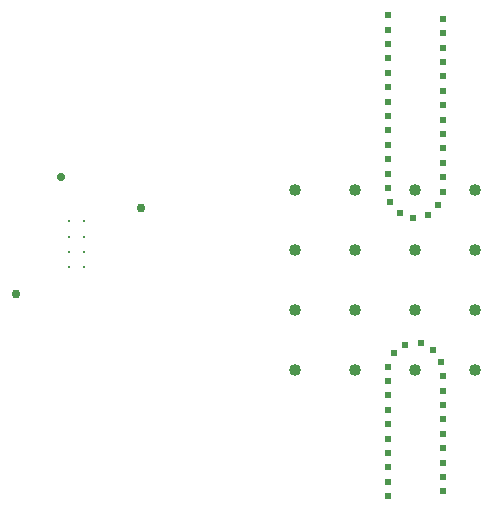
<source format=gbr>
%TF.GenerationSoftware,Altium Limited,Altium Designer,25.0.2 (28)*%
G04 Layer_Color=0*
%FSLAX45Y45*%
%MOMM*%
%TF.SameCoordinates,851EA07A-CAD4-451F-9E8F-DAFD993EE7E7*%
%TF.FilePolarity,Positive*%
%TF.FileFunction,Plated,1,2,PTH,Drill*%
%TF.Part,Single*%
G01*
G75*
%TA.AperFunction,OtherDrill,Pad Free-2 (50.063mm,51.308mm)*%
%ADD59C,0.76200*%
%TA.AperFunction,OtherDrill,Pad Free-1 (39.497mm,44.069mm)*%
%ADD60C,0.76200*%
%TA.AperFunction,ComponentDrill*%
%ADD61C,1.01600*%
%TA.AperFunction,OtherDrill,Pad Free-3 (43.307mm,53.975mm)*%
%ADD62C,0.71120*%
%TA.AperFunction,ViaDrill,NotFilled*%
%ADD63C,0.60960*%
%ADD64C,0.20000*%
D59*
X5006340Y5130800D02*
D03*
D60*
X3949700Y4406900D02*
D03*
D61*
X7835900Y5283200D02*
D03*
Y4775200D02*
D03*
Y4267200D02*
D03*
Y3759200D02*
D03*
X7327900Y5283200D02*
D03*
Y4775200D02*
D03*
Y4267200D02*
D03*
Y3759200D02*
D03*
X6819900Y5283200D02*
D03*
Y4775200D02*
D03*
Y4267200D02*
D03*
Y3759200D02*
D03*
X6311900Y5283200D02*
D03*
Y4775200D02*
D03*
Y4267200D02*
D03*
Y3759200D02*
D03*
D62*
X4330700Y5397500D02*
D03*
D63*
X7243638Y3975573D02*
D03*
X7145648Y3903030D02*
D03*
X7097914Y3790843D02*
D03*
X7094766Y3668964D02*
D03*
Y3547044D02*
D03*
Y3425124D02*
D03*
Y3303204D02*
D03*
Y3181284D02*
D03*
Y3059364D02*
D03*
Y2937444D02*
D03*
X7095752Y2815528D02*
D03*
Y2693608D02*
D03*
X7560048Y2734353D02*
D03*
X7561034Y2856269D02*
D03*
Y2978189D02*
D03*
Y3100109D02*
D03*
Y3222029D02*
D03*
Y3343949D02*
D03*
Y3465869D02*
D03*
Y3587789D02*
D03*
Y3709709D02*
D03*
X7548968Y3831031D02*
D03*
X7482280Y3933096D02*
D03*
X7373121Y3987398D02*
D03*
X7095752Y6765739D02*
D03*
Y6643819D02*
D03*
X7094766Y6521903D02*
D03*
Y6399983D02*
D03*
Y6278063D02*
D03*
Y6156143D02*
D03*
Y6034223D02*
D03*
Y5912303D02*
D03*
Y5790383D02*
D03*
Y5668463D02*
D03*
Y5546543D02*
D03*
Y5424623D02*
D03*
Y5302703D02*
D03*
X7118112Y5183039D02*
D03*
X7197583Y5090579D02*
D03*
X7312925Y5051074D02*
D03*
X7432377Y5075483D02*
D03*
X7523060Y5156975D02*
D03*
X7560026Y5273156D02*
D03*
X7561034Y5395072D02*
D03*
Y5516992D02*
D03*
Y5638912D02*
D03*
Y5760832D02*
D03*
Y5882752D02*
D03*
Y6004672D02*
D03*
Y6126592D02*
D03*
Y6248512D02*
D03*
Y6370432D02*
D03*
Y6492352D02*
D03*
X7560048Y6614268D02*
D03*
Y6736188D02*
D03*
D64*
X4392700Y4891000D02*
D03*
X4522700D02*
D03*
X4392700Y4761000D02*
D03*
X4522700D02*
D03*
X4392700Y4631000D02*
D03*
X4522700D02*
D03*
X4392700Y5021000D02*
D03*
X4522700D02*
D03*
%TF.MD5,ee46a09a056818e3f0fc84dac0c25c4f*%
M02*

</source>
